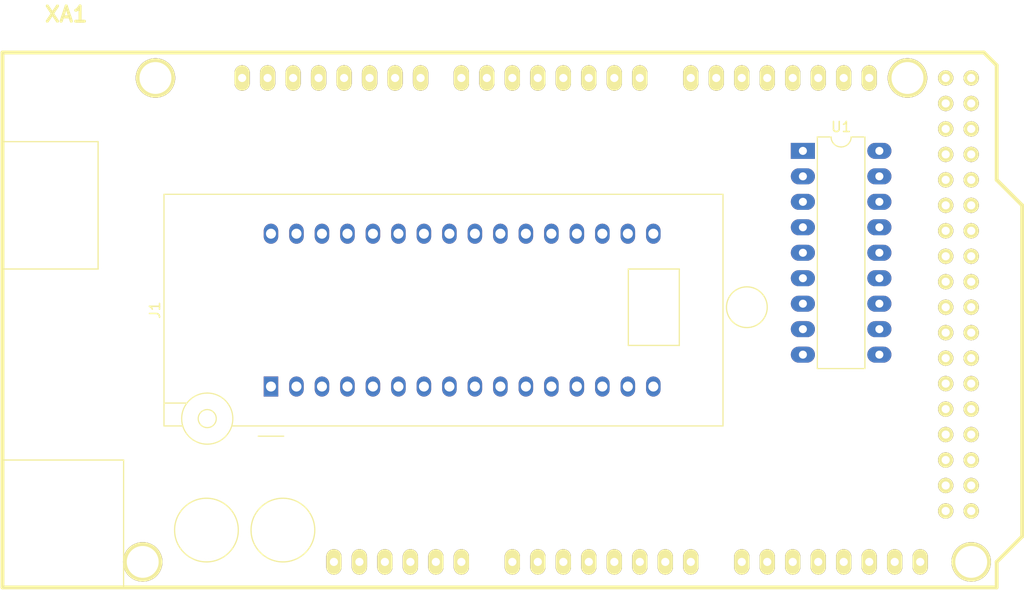
<source format=kicad_pcb>
(kicad_pcb (version 20171130) (host pcbnew 5.0.0)

  (general
    (thickness 1.6)
    (drawings 0)
    (tracks 0)
    (zones 0)
    (modules 3)
    (nets 58)
  )

  (page A4)
  (layers
    (0 F.Cu signal)
    (31 B.Cu signal)
    (32 B.Adhes user)
    (33 F.Adhes user)
    (34 B.Paste user)
    (35 F.Paste user)
    (36 B.SilkS user)
    (37 F.SilkS user)
    (38 B.Mask user)
    (39 F.Mask user)
    (40 Dwgs.User user)
    (41 Cmts.User user)
    (42 Eco1.User user)
    (43 Eco2.User user)
    (44 Edge.Cuts user)
    (45 Margin user)
    (46 B.CrtYd user)
    (47 F.CrtYd user)
    (48 B.Fab user)
    (49 F.Fab user)
  )

  (setup
    (last_trace_width 0.25)
    (trace_clearance 0.2)
    (zone_clearance 0.508)
    (zone_45_only no)
    (trace_min 0.2)
    (segment_width 0.2)
    (edge_width 0.15)
    (via_size 0.8)
    (via_drill 0.4)
    (via_min_size 0.4)
    (via_min_drill 0.3)
    (uvia_size 0.3)
    (uvia_drill 0.1)
    (uvias_allowed no)
    (uvia_min_size 0.2)
    (uvia_min_drill 0.1)
    (pcb_text_width 0.3)
    (pcb_text_size 1.5 1.5)
    (mod_edge_width 0.15)
    (mod_text_size 1 1)
    (mod_text_width 0.15)
    (pad_size 1.524 1.524)
    (pad_drill 0.762)
    (pad_to_mask_clearance 0.2)
    (aux_axis_origin 0 0)
    (visible_elements FFFFFF7F)
    (pcbplotparams
      (layerselection 0x010fc_ffffffff)
      (usegerberextensions false)
      (usegerberattributes false)
      (usegerberadvancedattributes false)
      (creategerberjobfile false)
      (excludeedgelayer true)
      (linewidth 0.100000)
      (plotframeref false)
      (viasonmask false)
      (mode 1)
      (useauxorigin false)
      (hpglpennumber 1)
      (hpglpenspeed 20)
      (hpglpendiameter 15.000000)
      (psnegative false)
      (psa4output false)
      (plotreference true)
      (plotvalue true)
      (plotinvisibletext false)
      (padsonsilk false)
      (subtractmaskfromsilk false)
      (outputformat 1)
      (mirror false)
      (drillshape 1)
      (scaleselection 1)
      (outputdirectory ""))
  )

  (net 0 "")
  (net 1 "Net-(XA1-PadGND2)")
  (net 2 "Net-(XA1-PadGND1)")
  (net 3 "Net-(XA1-Pad3V3)")
  (net 4 "Net-(XA1-PadGND3)")
  (net 5 "Net-(XA1-PadAREF)")
  (net 6 "Net-(XA1-PadGND4)")
  (net 7 "Net-(XA1-PadGND5)")
  (net 8 "Net-(J1-Pad1)")
  (net 9 "Net-(J1-Pad32)")
  (net 10 "Net-(J1-Pad2)")
  (net 11 "Net-(J1-Pad31)")
  (net 12 "Net-(J1-Pad3)")
  (net 13 "Net-(J1-Pad30)")
  (net 14 "Net-(J1-Pad4)")
  (net 15 "Net-(J1-Pad29)")
  (net 16 "Net-(J1-Pad5)")
  (net 17 "Net-(J1-Pad28)")
  (net 18 "Net-(J1-Pad6)")
  (net 19 "Net-(J1-Pad27)")
  (net 20 "Net-(J1-Pad7)")
  (net 21 "Net-(J1-Pad26)")
  (net 22 "Net-(J1-Pad8)")
  (net 23 "Net-(J1-Pad25)")
  (net 24 "Net-(J1-Pad9)")
  (net 25 "Net-(J1-Pad24)")
  (net 26 "Net-(J1-Pad10)")
  (net 27 "Net-(J1-Pad23)")
  (net 28 "Net-(J1-Pad11)")
  (net 29 "Net-(J1-Pad22)")
  (net 30 "Net-(J1-Pad12)")
  (net 31 "Net-(J1-Pad21)")
  (net 32 "Net-(J1-Pad13)")
  (net 33 "Net-(J1-Pad20)")
  (net 34 "Net-(J1-Pad14)")
  (net 35 "Net-(J1-Pad19)")
  (net 36 "Net-(J1-Pad15)")
  (net 37 "Net-(J1-Pad18)")
  (net 38 "Net-(J1-Pad16)")
  (net 39 "Net-(J1-Pad17)")
  (net 40 "Net-(U1-Pad1)")
  (net 41 "Net-(U1-Pad10)")
  (net 42 "Net-(U1-Pad2)")
  (net 43 "Net-(U1-Pad11)")
  (net 44 "Net-(U1-Pad3)")
  (net 45 "Net-(U1-Pad12)")
  (net 46 "Net-(U1-Pad4)")
  (net 47 "Net-(U1-Pad13)")
  (net 48 "Net-(U1-Pad5)")
  (net 49 "Net-(U1-Pad14)")
  (net 50 "Net-(U1-Pad6)")
  (net 51 "Net-(U1-Pad15)")
  (net 52 "Net-(U1-Pad7)")
  (net 53 "Net-(U1-Pad16)")
  (net 54 "Net-(U1-Pad8)")
  (net 55 "Net-(U1-Pad17)")
  (net 56 "Net-(U1-Pad9)")
  (net 57 "Net-(U1-Pad18)")

  (net_class Default "This is the default net class."
    (clearance 0.2)
    (trace_width 0.25)
    (via_dia 0.8)
    (via_drill 0.4)
    (uvia_dia 0.3)
    (uvia_drill 0.1)
    (add_net "Net-(J1-Pad1)")
    (add_net "Net-(J1-Pad10)")
    (add_net "Net-(J1-Pad11)")
    (add_net "Net-(J1-Pad12)")
    (add_net "Net-(J1-Pad13)")
    (add_net "Net-(J1-Pad14)")
    (add_net "Net-(J1-Pad15)")
    (add_net "Net-(J1-Pad16)")
    (add_net "Net-(J1-Pad17)")
    (add_net "Net-(J1-Pad18)")
    (add_net "Net-(J1-Pad19)")
    (add_net "Net-(J1-Pad2)")
    (add_net "Net-(J1-Pad20)")
    (add_net "Net-(J1-Pad21)")
    (add_net "Net-(J1-Pad22)")
    (add_net "Net-(J1-Pad23)")
    (add_net "Net-(J1-Pad24)")
    (add_net "Net-(J1-Pad25)")
    (add_net "Net-(J1-Pad26)")
    (add_net "Net-(J1-Pad27)")
    (add_net "Net-(J1-Pad28)")
    (add_net "Net-(J1-Pad29)")
    (add_net "Net-(J1-Pad3)")
    (add_net "Net-(J1-Pad30)")
    (add_net "Net-(J1-Pad31)")
    (add_net "Net-(J1-Pad32)")
    (add_net "Net-(J1-Pad4)")
    (add_net "Net-(J1-Pad5)")
    (add_net "Net-(J1-Pad6)")
    (add_net "Net-(J1-Pad7)")
    (add_net "Net-(J1-Pad8)")
    (add_net "Net-(J1-Pad9)")
    (add_net "Net-(U1-Pad1)")
    (add_net "Net-(U1-Pad10)")
    (add_net "Net-(U1-Pad11)")
    (add_net "Net-(U1-Pad12)")
    (add_net "Net-(U1-Pad13)")
    (add_net "Net-(U1-Pad14)")
    (add_net "Net-(U1-Pad15)")
    (add_net "Net-(U1-Pad16)")
    (add_net "Net-(U1-Pad17)")
    (add_net "Net-(U1-Pad18)")
    (add_net "Net-(U1-Pad2)")
    (add_net "Net-(U1-Pad3)")
    (add_net "Net-(U1-Pad4)")
    (add_net "Net-(U1-Pad5)")
    (add_net "Net-(U1-Pad6)")
    (add_net "Net-(U1-Pad7)")
    (add_net "Net-(U1-Pad8)")
    (add_net "Net-(U1-Pad9)")
    (add_net "Net-(XA1-Pad3V3)")
    (add_net "Net-(XA1-PadAREF)")
    (add_net "Net-(XA1-PadGND1)")
    (add_net "Net-(XA1-PadGND2)")
    (add_net "Net-(XA1-PadGND3)")
    (add_net "Net-(XA1-PadGND4)")
    (add_net "Net-(XA1-PadGND5)")
  )

  (module Housings_DIP:DIP-18_W7.62mm_LongPads (layer F.Cu) (tedit 58CC8E2D) (tstamp 5BD8B1E9)
    (at 174.5 73)
    (descr "18-lead dip package, row spacing 7.62 mm (300 mils), LongPads")
    (tags "DIL DIP PDIP 2.54mm 7.62mm 300mil LongPads")
    (path /5BB0EF4A)
    (fp_text reference U1 (at 3.81 -2.39) (layer F.SilkS)
      (effects (font (size 1 1) (thickness 0.15)))
    )
    (fp_text value TD62783 (at 3.81 22.71) (layer F.Fab)
      (effects (font (size 1 1) (thickness 0.15)))
    )
    (fp_text user %R (at 3.81 10.16) (layer F.Fab)
      (effects (font (size 1 1) (thickness 0.15)))
    )
    (fp_line (start 1.635 -1.27) (end 6.985 -1.27) (layer F.Fab) (width 0.1))
    (fp_line (start 6.985 -1.27) (end 6.985 21.59) (layer F.Fab) (width 0.1))
    (fp_line (start 6.985 21.59) (end 0.635 21.59) (layer F.Fab) (width 0.1))
    (fp_line (start 0.635 21.59) (end 0.635 -0.27) (layer F.Fab) (width 0.1))
    (fp_line (start 0.635 -0.27) (end 1.635 -1.27) (layer F.Fab) (width 0.1))
    (fp_line (start 2.81 -1.39) (end 1.44 -1.39) (layer F.SilkS) (width 0.12))
    (fp_line (start 1.44 -1.39) (end 1.44 21.71) (layer F.SilkS) (width 0.12))
    (fp_line (start 1.44 21.71) (end 6.18 21.71) (layer F.SilkS) (width 0.12))
    (fp_line (start 6.18 21.71) (end 6.18 -1.39) (layer F.SilkS) (width 0.12))
    (fp_line (start 6.18 -1.39) (end 4.81 -1.39) (layer F.SilkS) (width 0.12))
    (fp_line (start -1.5 -1.6) (end -1.5 21.9) (layer F.CrtYd) (width 0.05))
    (fp_line (start -1.5 21.9) (end 9.1 21.9) (layer F.CrtYd) (width 0.05))
    (fp_line (start 9.1 21.9) (end 9.1 -1.6) (layer F.CrtYd) (width 0.05))
    (fp_line (start 9.1 -1.6) (end -1.5 -1.6) (layer F.CrtYd) (width 0.05))
    (fp_arc (start 3.81 -1.39) (end 2.81 -1.39) (angle -180) (layer F.SilkS) (width 0.12))
    (pad 1 thru_hole rect (at 0 0) (size 2.4 1.6) (drill 0.8) (layers *.Cu *.Mask)
      (net 40 "Net-(U1-Pad1)"))
    (pad 10 thru_hole oval (at 7.62 20.32) (size 2.4 1.6) (drill 0.8) (layers *.Cu *.Mask)
      (net 41 "Net-(U1-Pad10)"))
    (pad 2 thru_hole oval (at 0 2.54) (size 2.4 1.6) (drill 0.8) (layers *.Cu *.Mask)
      (net 42 "Net-(U1-Pad2)"))
    (pad 11 thru_hole oval (at 7.62 17.78) (size 2.4 1.6) (drill 0.8) (layers *.Cu *.Mask)
      (net 43 "Net-(U1-Pad11)"))
    (pad 3 thru_hole oval (at 0 5.08) (size 2.4 1.6) (drill 0.8) (layers *.Cu *.Mask)
      (net 44 "Net-(U1-Pad3)"))
    (pad 12 thru_hole oval (at 7.62 15.24) (size 2.4 1.6) (drill 0.8) (layers *.Cu *.Mask)
      (net 45 "Net-(U1-Pad12)"))
    (pad 4 thru_hole oval (at 0 7.62) (size 2.4 1.6) (drill 0.8) (layers *.Cu *.Mask)
      (net 46 "Net-(U1-Pad4)"))
    (pad 13 thru_hole oval (at 7.62 12.7) (size 2.4 1.6) (drill 0.8) (layers *.Cu *.Mask)
      (net 47 "Net-(U1-Pad13)"))
    (pad 5 thru_hole oval (at 0 10.16) (size 2.4 1.6) (drill 0.8) (layers *.Cu *.Mask)
      (net 48 "Net-(U1-Pad5)"))
    (pad 14 thru_hole oval (at 7.62 10.16) (size 2.4 1.6) (drill 0.8) (layers *.Cu *.Mask)
      (net 49 "Net-(U1-Pad14)"))
    (pad 6 thru_hole oval (at 0 12.7) (size 2.4 1.6) (drill 0.8) (layers *.Cu *.Mask)
      (net 50 "Net-(U1-Pad6)"))
    (pad 15 thru_hole oval (at 7.62 7.62) (size 2.4 1.6) (drill 0.8) (layers *.Cu *.Mask)
      (net 51 "Net-(U1-Pad15)"))
    (pad 7 thru_hole oval (at 0 15.24) (size 2.4 1.6) (drill 0.8) (layers *.Cu *.Mask)
      (net 52 "Net-(U1-Pad7)"))
    (pad 16 thru_hole oval (at 7.62 5.08) (size 2.4 1.6) (drill 0.8) (layers *.Cu *.Mask)
      (net 53 "Net-(U1-Pad16)"))
    (pad 8 thru_hole oval (at 0 17.78) (size 2.4 1.6) (drill 0.8) (layers *.Cu *.Mask)
      (net 54 "Net-(U1-Pad8)"))
    (pad 17 thru_hole oval (at 7.62 2.54) (size 2.4 1.6) (drill 0.8) (layers *.Cu *.Mask)
      (net 55 "Net-(U1-Pad17)"))
    (pad 9 thru_hole oval (at 0 20.32) (size 2.4 1.6) (drill 0.8) (layers *.Cu *.Mask)
      (net 56 "Net-(U1-Pad9)"))
    (pad 18 thru_hole oval (at 7.62 0) (size 2.4 1.6) (drill 0.8) (layers *.Cu *.Mask)
      (net 57 "Net-(U1-Pad18)"))
    (model ${KISYS3DMOD}/Housings_DIP.3dshapes/DIP-18_W7.62mm_LongPads.wrl
      (at (xyz 0 0 0))
      (scale (xyz 1 1 1))
      (rotate (xyz 0 0 0))
    )
  )

  (module Socket:3M_Textool_232-1285-00-0602J_2x16_P2.54mm (layer F.Cu) (tedit 5ADCB2B4) (tstamp 5BD8B1C3)
    (at 121.5 96.5 90)
    (descr "3M 32-pin zero insertion force socket, through-hole, row spacing 15.24 mm (600 mils), http://multimedia.3m.com/mws/media/494546O/3mtm-dip-sockets-100-2-54-mm-ts0365.pdf")
    (tags "THT DIP DIL ZIF 15.24mm 600mil Socket")
    (path /5BB0FBC9)
    (fp_text reference J1 (at 7.62 -11.56 90) (layer F.SilkS)
      (effects (font (size 1 1) (thickness 0.15)))
    )
    (fp_text value Conn_02x16_Counter_Clockwise (at 7.62 45.94 90) (layer F.Fab)
      (effects (font (size 0.6 0.6) (thickness 0.09)))
    )
    (fp_circle (center -3.2 -6.35) (end -0.65 -6.35) (layer F.SilkS) (width 0.12))
    (fp_circle (center -3.2 -6.35) (end -2.3 -6.35) (layer F.SilkS) (width 0.12))
    (fp_line (start -5.5 -23.36) (end 0.1 -23.36) (layer F.CrtYd) (width 0.05))
    (fp_line (start 0.1 -23.36) (end 0.1 -11.06) (layer F.CrtYd) (width 0.05))
    (fp_line (start 0.1 -11.06) (end 19.57 -11.06) (layer F.CrtYd) (width 0.05))
    (fp_line (start 19.57 -11.06) (end 19.57 45.44) (layer F.CrtYd) (width 0.05))
    (fp_line (start 19.57 45.44) (end -4.33 45.44) (layer F.CrtYd) (width 0.05))
    (fp_line (start -4.33 45.44) (end -4.33 -3.4) (layer F.CrtYd) (width 0.05))
    (fp_line (start -4.33 -3.4) (end -5.5 -3.4) (layer F.CrtYd) (width 0.05))
    (fp_line (start -5.5 -3.4) (end -5.5 -23.36) (layer F.CrtYd) (width 0.05))
    (fp_line (start -5 -21.46) (end -3.7 -22.86) (layer F.Fab) (width 0.1))
    (fp_line (start -3.7 -22.86) (end -1.7 -22.86) (layer F.Fab) (width 0.1))
    (fp_line (start -1.7 -22.86) (end -0.4 -21.46) (layer F.Fab) (width 0.1))
    (fp_line (start -0.4 -21.46) (end -5 -21.46) (layer F.Fab) (width 0.1))
    (fp_line (start -5 -21.46) (end -5 -17.86) (layer F.Fab) (width 0.1))
    (fp_line (start -5 -17.86) (end -0.4 -17.86) (layer F.Fab) (width 0.1))
    (fp_line (start -0.4 -17.86) (end -0.4 -21.46) (layer F.Fab) (width 0.1))
    (fp_line (start -5 -17.86) (end -3.5 -15.86) (layer F.Fab) (width 0.1))
    (fp_line (start -0.4 -17.86) (end -1.9 -15.86) (layer F.Fab) (width 0.1))
    (fp_line (start -3.5 -9.75) (end -3.5 -15.86) (layer F.Fab) (width 0.1))
    (fp_line (start -3.5 -15.86) (end -1.9 -15.86) (layer F.Fab) (width 0.1))
    (fp_line (start -1.9 -15.86) (end -1.9 -10.56) (layer F.Fab) (width 0.1))
    (fp_line (start 19.07 44.94) (end -3.83 44.94) (layer F.Fab) (width 0.1))
    (fp_line (start -3.83 44.94) (end -3.83 -9.4) (layer F.Fab) (width 0.1))
    (fp_line (start -3.83 -9.4) (end -2.85 -10.56) (layer F.Fab) (width 0.1))
    (fp_line (start -2.85 -10.56) (end 19.07 -10.56) (layer F.Fab) (width 0.1))
    (fp_line (start 19.07 -10.56) (end 19.07 44.94) (layer F.Fab) (width 0.1))
    (fp_line (start -3.93 -3.9) (end -3.93 45.04) (layer F.SilkS) (width 0.12))
    (fp_line (start -3.93 45.04) (end 19.17 45.04) (layer F.SilkS) (width 0.12))
    (fp_line (start 19.17 45.04) (end 19.17 -10.66) (layer F.SilkS) (width 0.12))
    (fp_line (start 19.17 -10.66) (end -3.93 -10.66) (layer F.SilkS) (width 0.12))
    (fp_line (start -3.93 -10.66) (end -3.93 -8.8) (layer F.SilkS) (width 0.12))
    (fp_line (start -1.65 -10.66) (end -1.65 -8.4) (layer F.SilkS) (width 0.12))
    (fp_line (start -4.95 1.27) (end -4.95 -1.27) (layer F.SilkS) (width 0.12))
    (fp_text user %R (at 7.62 17.19 90) (layer F.Fab)
      (effects (font (size 1 1) (thickness 0.15)))
    )
    (pad 1 thru_hole rect (at 0 0 90) (size 2 1.44) (drill 1) (layers *.Cu *.Mask)
      (net 8 "Net-(J1-Pad1)"))
    (pad 32 thru_hole oval (at 15.24 0 90) (size 2 1.44) (drill 1) (layers *.Cu *.Mask)
      (net 9 "Net-(J1-Pad32)"))
    (pad 2 thru_hole oval (at 0 2.54 90) (size 2 1.44) (drill 1) (layers *.Cu *.Mask)
      (net 10 "Net-(J1-Pad2)"))
    (pad 31 thru_hole oval (at 15.24 2.54 90) (size 2 1.44) (drill 1) (layers *.Cu *.Mask)
      (net 11 "Net-(J1-Pad31)"))
    (pad 3 thru_hole oval (at 0 5.08 90) (size 2 1.44) (drill 1) (layers *.Cu *.Mask)
      (net 12 "Net-(J1-Pad3)"))
    (pad 30 thru_hole oval (at 15.24 5.08 90) (size 2 1.44) (drill 1) (layers *.Cu *.Mask)
      (net 13 "Net-(J1-Pad30)"))
    (pad 4 thru_hole oval (at 0 7.62 90) (size 2 1.44) (drill 1) (layers *.Cu *.Mask)
      (net 14 "Net-(J1-Pad4)"))
    (pad 29 thru_hole oval (at 15.24 7.62 90) (size 2 1.44) (drill 1) (layers *.Cu *.Mask)
      (net 15 "Net-(J1-Pad29)"))
    (pad 5 thru_hole oval (at 0 10.16 90) (size 2 1.44) (drill 1) (layers *.Cu *.Mask)
      (net 16 "Net-(J1-Pad5)"))
    (pad 28 thru_hole oval (at 15.24 10.16 90) (size 2 1.44) (drill 1) (layers *.Cu *.Mask)
      (net 17 "Net-(J1-Pad28)"))
    (pad 6 thru_hole oval (at 0 12.7 90) (size 2 1.44) (drill 1) (layers *.Cu *.Mask)
      (net 18 "Net-(J1-Pad6)"))
    (pad 27 thru_hole oval (at 15.24 12.7 90) (size 2 1.44) (drill 1) (layers *.Cu *.Mask)
      (net 19 "Net-(J1-Pad27)"))
    (pad 7 thru_hole oval (at 0 15.24 90) (size 2 1.44) (drill 1) (layers *.Cu *.Mask)
      (net 20 "Net-(J1-Pad7)"))
    (pad 26 thru_hole oval (at 15.24 15.24 90) (size 2 1.44) (drill 1) (layers *.Cu *.Mask)
      (net 21 "Net-(J1-Pad26)"))
    (pad 8 thru_hole oval (at 0 17.78 90) (size 2 1.44) (drill 1) (layers *.Cu *.Mask)
      (net 22 "Net-(J1-Pad8)"))
    (pad 25 thru_hole oval (at 15.24 17.78 90) (size 2 1.44) (drill 1) (layers *.Cu *.Mask)
      (net 23 "Net-(J1-Pad25)"))
    (pad 9 thru_hole oval (at 0 20.32 90) (size 2 1.44) (drill 1) (layers *.Cu *.Mask)
      (net 24 "Net-(J1-Pad9)"))
    (pad 24 thru_hole oval (at 15.24 20.32 90) (size 2 1.44) (drill 1) (layers *.Cu *.Mask)
      (net 25 "Net-(J1-Pad24)"))
    (pad 10 thru_hole oval (at 0 22.86 90) (size 2 1.44) (drill 1) (layers *.Cu *.Mask)
      (net 26 "Net-(J1-Pad10)"))
    (pad 23 thru_hole oval (at 15.24 22.86 90) (size 2 1.44) (drill 1) (layers *.Cu *.Mask)
      (net 27 "Net-(J1-Pad23)"))
    (pad 11 thru_hole oval (at 0 25.4 90) (size 2 1.44) (drill 1) (layers *.Cu *.Mask)
      (net 28 "Net-(J1-Pad11)"))
    (pad 22 thru_hole oval (at 15.24 25.4 90) (size 2 1.44) (drill 1) (layers *.Cu *.Mask)
      (net 29 "Net-(J1-Pad22)"))
    (pad 12 thru_hole oval (at 0 27.94 90) (size 2 1.44) (drill 1) (layers *.Cu *.Mask)
      (net 30 "Net-(J1-Pad12)"))
    (pad 21 thru_hole oval (at 15.24 27.94 90) (size 2 1.44) (drill 1) (layers *.Cu *.Mask)
      (net 31 "Net-(J1-Pad21)"))
    (pad 13 thru_hole oval (at 0 30.48 90) (size 2 1.44) (drill 1) (layers *.Cu *.Mask)
      (net 32 "Net-(J1-Pad13)"))
    (pad 20 thru_hole oval (at 15.24 30.48 90) (size 2 1.44) (drill 1) (layers *.Cu *.Mask)
      (net 33 "Net-(J1-Pad20)"))
    (pad 14 thru_hole oval (at 0 33.02 90) (size 2 1.44) (drill 1) (layers *.Cu *.Mask)
      (net 34 "Net-(J1-Pad14)"))
    (pad 19 thru_hole oval (at 15.24 33.02 90) (size 2 1.44) (drill 1) (layers *.Cu *.Mask)
      (net 35 "Net-(J1-Pad19)"))
    (pad 15 thru_hole oval (at 0 35.56 90) (size 2 1.44) (drill 1) (layers *.Cu *.Mask)
      (net 36 "Net-(J1-Pad15)"))
    (pad 18 thru_hole oval (at 15.24 35.56 90) (size 2 1.44) (drill 1) (layers *.Cu *.Mask)
      (net 37 "Net-(J1-Pad18)"))
    (pad 16 thru_hole oval (at 0 38.1 90) (size 2 1.44) (drill 1) (layers *.Cu *.Mask)
      (net 38 "Net-(J1-Pad16)"))
    (pad 17 thru_hole oval (at 15.24 38.1 90) (size 2 1.44) (drill 1) (layers *.Cu *.Mask)
      (net 39 "Net-(J1-Pad17)"))
    (model ${KISYS3DMOD}/Socket.3dshapes/3M_Textool_232-1285-00-0602J_2x16_P2.54mm.wrl
      (at (xyz 0 0 0))
      (scale (xyz 1 1 1))
      (rotate (xyz 0 0 0))
    )
  )

  (module arduino_shields:ARDUINO_MEGA_SHIELD (layer F.Cu) (tedit 4D35330D) (tstamp 5BD8B17C)
    (at 94.75 116.530501)
    (path /5BB0E8A2)
    (fp_text reference XA1 (at 6.35 -57.15) (layer F.SilkS)
      (effects (font (size 1.524 1.524) (thickness 0.3048)))
    )
    (fp_text value Arduino_Mega2560_Shield (at 13.97 -54.61) (layer F.SilkS) hide
      (effects (font (size 1.524 1.524) (thickness 0.3048)))
    )
    (fp_circle (center 27.94 -5.715) (end 31.115 -5.715) (layer F.SilkS) (width 0.127))
    (fp_circle (center 20.32 -5.715) (end 23.495 -5.715) (layer F.SilkS) (width 0.127))
    (fp_line (start 0 -12.7) (end 12.065 -12.7) (layer F.SilkS) (width 0.127))
    (fp_line (start 12.065 -12.7) (end 12.065 0) (layer F.SilkS) (width 0.127))
    (fp_line (start 0 -44.45) (end 9.525 -44.45) (layer F.SilkS) (width 0.127))
    (fp_line (start 9.525 -44.45) (end 9.525 -31.75) (layer F.SilkS) (width 0.127))
    (fp_line (start 9.525 -31.75) (end 0 -31.75) (layer F.SilkS) (width 0.127))
    (fp_line (start 62.357 -31.75) (end 62.357 -24.13) (layer F.SilkS) (width 0.127))
    (fp_line (start 62.357 -24.13) (end 67.437 -24.13) (layer F.SilkS) (width 0.127))
    (fp_line (start 67.437 -24.13) (end 67.437 -31.75) (layer F.SilkS) (width 0.127))
    (fp_line (start 67.437 -31.75) (end 62.357 -31.75) (layer F.SilkS) (width 0.127))
    (fp_circle (center 74.168 -27.94) (end 76.2 -27.94) (layer F.SilkS) (width 0.127))
    (fp_line (start 99.06 0) (end 0 0) (layer F.SilkS) (width 0.381))
    (fp_line (start 97.79 -53.34) (end 0 -53.34) (layer F.SilkS) (width 0.381))
    (fp_line (start 99.06 -40.64) (end 99.06 -52.07) (layer F.SilkS) (width 0.381))
    (fp_line (start 99.06 -52.07) (end 97.79 -53.34) (layer F.SilkS) (width 0.381))
    (fp_line (start 0 0) (end 0 -53.34) (layer F.SilkS) (width 0.381))
    (fp_line (start 99.06 -40.64) (end 101.6 -38.1) (layer F.SilkS) (width 0.381))
    (fp_line (start 101.6 -38.1) (end 101.6 -5.08) (layer F.SilkS) (width 0.381))
    (fp_line (start 101.6 -5.08) (end 99.06 -2.54) (layer F.SilkS) (width 0.381))
    (fp_line (start 99.06 -2.54) (end 99.06 0) (layer F.SilkS) (width 0.381))
    (pad 14 thru_hole oval (at 68.58 -50.8 90) (size 2.54 1.524) (drill 0.8128) (layers *.Cu *.Mask F.SilkS))
    (pad 15 thru_hole oval (at 71.12 -50.8 90) (size 2.54 1.524) (drill 0.8128) (layers *.Cu *.Mask F.SilkS))
    (pad 16 thru_hole oval (at 73.66 -50.8 90) (size 2.54 1.524) (drill 0.8128) (layers *.Cu *.Mask F.SilkS))
    (pad 17 thru_hole oval (at 76.2 -50.8 90) (size 2.54 1.524) (drill 0.8128) (layers *.Cu *.Mask F.SilkS))
    (pad 18 thru_hole oval (at 78.74 -50.8 90) (size 2.54 1.524) (drill 0.8128) (layers *.Cu *.Mask F.SilkS))
    (pad 19 thru_hole oval (at 81.28 -50.8 90) (size 2.54 1.524) (drill 0.8128) (layers *.Cu *.Mask F.SilkS))
    (pad 20 thru_hole oval (at 83.82 -50.8 90) (size 2.54 1.524) (drill 0.8128) (layers *.Cu *.Mask F.SilkS))
    (pad 21 thru_hole oval (at 86.36 -50.8 90) (size 2.54 1.524) (drill 0.8128) (layers *.Cu *.Mask F.SilkS))
    (pad AD15 thru_hole oval (at 91.44 -2.54 90) (size 2.54 1.524) (drill 0.8128) (layers *.Cu *.Mask F.SilkS))
    (pad AD14 thru_hole oval (at 88.9 -2.54 90) (size 2.54 1.524) (drill 0.8128) (layers *.Cu *.Mask F.SilkS))
    (pad AD13 thru_hole oval (at 86.36 -2.54 90) (size 2.54 1.524) (drill 0.8128) (layers *.Cu *.Mask F.SilkS))
    (pad AD12 thru_hole oval (at 83.82 -2.54 90) (size 2.54 1.524) (drill 0.8128) (layers *.Cu *.Mask F.SilkS))
    (pad AD8 thru_hole oval (at 73.66 -2.54 90) (size 2.54 1.524) (drill 0.8128) (layers *.Cu *.Mask F.SilkS))
    (pad AD7 thru_hole oval (at 68.58 -2.54 90) (size 2.54 1.524) (drill 0.8128) (layers *.Cu *.Mask F.SilkS))
    (pad AD6 thru_hole oval (at 66.04 -2.54 90) (size 2.54 1.524) (drill 0.8128) (layers *.Cu *.Mask F.SilkS))
    (pad AD9 thru_hole oval (at 76.2 -2.54 90) (size 2.54 1.524) (drill 0.8128) (layers *.Cu *.Mask F.SilkS))
    (pad AD10 thru_hole oval (at 78.74 -2.54 90) (size 2.54 1.524) (drill 0.8128) (layers *.Cu *.Mask F.SilkS))
    (pad AD11 thru_hole oval (at 81.28 -2.54 90) (size 2.54 1.524) (drill 0.8128) (layers *.Cu *.Mask F.SilkS))
    (pad AD5 thru_hole oval (at 63.5 -2.54 90) (size 2.54 1.524) (drill 0.8128) (layers *.Cu *.Mask F.SilkS))
    (pad AD4 thru_hole oval (at 60.96 -2.54 90) (size 2.54 1.524) (drill 0.8128) (layers *.Cu *.Mask F.SilkS))
    (pad AD3 thru_hole oval (at 58.42 -2.54 90) (size 2.54 1.524) (drill 0.8128) (layers *.Cu *.Mask F.SilkS))
    (pad AD0 thru_hole oval (at 50.8 -2.54 90) (size 2.54 1.524) (drill 0.8128) (layers *.Cu *.Mask F.SilkS))
    (pad AD1 thru_hole oval (at 53.34 -2.54 90) (size 2.54 1.524) (drill 0.8128) (layers *.Cu *.Mask F.SilkS))
    (pad AD2 thru_hole oval (at 55.88 -2.54 90) (size 2.54 1.524) (drill 0.8128) (layers *.Cu *.Mask F.SilkS))
    (pad V_IN thru_hole oval (at 45.72 -2.54 90) (size 2.54 1.524) (drill 0.8128) (layers *.Cu *.Mask F.SilkS))
    (pad GND2 thru_hole oval (at 43.18 -2.54 90) (size 2.54 1.524) (drill 0.8128) (layers *.Cu *.Mask F.SilkS)
      (net 1 "Net-(XA1-PadGND2)"))
    (pad GND1 thru_hole oval (at 40.64 -2.54 90) (size 2.54 1.524) (drill 0.8128) (layers *.Cu *.Mask F.SilkS)
      (net 2 "Net-(XA1-PadGND1)"))
    (pad 3V3 thru_hole oval (at 35.56 -2.54 90) (size 2.54 1.524) (drill 0.8128) (layers *.Cu *.Mask F.SilkS)
      (net 3 "Net-(XA1-Pad3V3)"))
    (pad RST thru_hole oval (at 33.02 -2.54 90) (size 2.54 1.524) (drill 0.8128) (layers *.Cu *.Mask F.SilkS))
    (pad 0 thru_hole oval (at 63.5 -50.8 90) (size 2.54 1.524) (drill 0.8128) (layers *.Cu *.Mask F.SilkS))
    (pad 1 thru_hole oval (at 60.96 -50.8 90) (size 2.54 1.524) (drill 0.8128) (layers *.Cu *.Mask F.SilkS))
    (pad 2 thru_hole oval (at 58.42 -50.8 90) (size 2.54 1.524) (drill 0.8128) (layers *.Cu *.Mask F.SilkS))
    (pad 3 thru_hole oval (at 55.88 -50.8 90) (size 2.54 1.524) (drill 0.8128) (layers *.Cu *.Mask F.SilkS))
    (pad 4 thru_hole oval (at 53.34 -50.8 90) (size 2.54 1.524) (drill 0.8128) (layers *.Cu *.Mask F.SilkS))
    (pad 5 thru_hole oval (at 50.8 -50.8 90) (size 2.54 1.524) (drill 0.8128) (layers *.Cu *.Mask F.SilkS))
    (pad 6 thru_hole oval (at 48.26 -50.8 90) (size 2.54 1.524) (drill 0.8128) (layers *.Cu *.Mask F.SilkS))
    (pad 7 thru_hole oval (at 45.72 -50.8 90) (size 2.54 1.524) (drill 0.8128) (layers *.Cu *.Mask F.SilkS))
    (pad 8 thru_hole oval (at 41.656 -50.8 90) (size 2.54 1.524) (drill 0.8128) (layers *.Cu *.Mask F.SilkS))
    (pad 9 thru_hole oval (at 39.116 -50.8 90) (size 2.54 1.524) (drill 0.8128) (layers *.Cu *.Mask F.SilkS))
    (pad 10 thru_hole oval (at 36.576 -50.8 90) (size 2.54 1.524) (drill 0.8128) (layers *.Cu *.Mask F.SilkS))
    (pad 11 thru_hole oval (at 34.036 -50.8 90) (size 2.54 1.524) (drill 0.8128) (layers *.Cu *.Mask F.SilkS))
    (pad 12 thru_hole oval (at 31.496 -50.8 90) (size 2.54 1.524) (drill 0.8128) (layers *.Cu *.Mask F.SilkS))
    (pad 13 thru_hole oval (at 28.956 -50.8 90) (size 2.54 1.524) (drill 0.8128) (layers *.Cu *.Mask F.SilkS))
    (pad GND3 thru_hole oval (at 26.416 -50.8 90) (size 2.54 1.524) (drill 0.8128) (layers *.Cu *.Mask F.SilkS)
      (net 4 "Net-(XA1-PadGND3)"))
    (pad AREF thru_hole oval (at 23.876 -50.8 90) (size 2.54 1.524) (drill 0.8128) (layers *.Cu *.Mask F.SilkS)
      (net 5 "Net-(XA1-PadAREF)"))
    (pad 5V thru_hole oval (at 38.1 -2.54 90) (size 2.54 1.524) (drill 0.8128) (layers *.Cu *.Mask F.SilkS))
    (pad GND1 thru_hole circle (at 96.52 -2.54 90) (size 3.937 3.937) (drill 3.175) (layers *.Cu *.Mask F.SilkS)
      (net 2 "Net-(XA1-PadGND1)"))
    (pad GND1 thru_hole circle (at 90.17 -50.8 90) (size 3.937 3.937) (drill 3.175) (layers *.Cu *.Mask F.SilkS)
      (net 2 "Net-(XA1-PadGND1)"))
    (pad GND1 thru_hole circle (at 15.24 -50.8 90) (size 3.937 3.937) (drill 3.175) (layers *.Cu *.Mask F.SilkS)
      (net 2 "Net-(XA1-PadGND1)"))
    (pad GND1 thru_hole circle (at 13.97 -2.54 90) (size 3.937 3.937) (drill 3.175) (layers *.Cu *.Mask F.SilkS)
      (net 2 "Net-(XA1-PadGND1)"))
    (pad 22 thru_hole circle (at 93.98 -48.26) (size 1.524 1.524) (drill 0.8128) (layers *.Cu *.Mask F.SilkS))
    (pad 23 thru_hole circle (at 96.52 -48.26) (size 1.524 1.524) (drill 0.8128) (layers *.Cu *.Mask F.SilkS))
    (pad 24 thru_hole circle (at 93.98 -45.72) (size 1.524 1.524) (drill 0.8128) (layers *.Cu *.Mask F.SilkS))
    (pad 25 thru_hole circle (at 96.52 -45.72) (size 1.524 1.524) (drill 0.8128) (layers *.Cu *.Mask F.SilkS))
    (pad 26 thru_hole circle (at 93.98 -43.18) (size 1.524 1.524) (drill 0.8128) (layers *.Cu *.Mask F.SilkS))
    (pad 27 thru_hole circle (at 96.52 -43.18) (size 1.524 1.524) (drill 0.8128) (layers *.Cu *.Mask F.SilkS))
    (pad 28 thru_hole circle (at 93.98 -40.64) (size 1.524 1.524) (drill 0.8128) (layers *.Cu *.Mask F.SilkS))
    (pad 29 thru_hole circle (at 96.52 -40.64) (size 1.524 1.524) (drill 0.8128) (layers *.Cu *.Mask F.SilkS))
    (pad 5V_4 thru_hole circle (at 93.98 -50.8) (size 1.524 1.524) (drill 0.8128) (layers *.Cu *.Mask F.SilkS))
    (pad 5V_5 thru_hole circle (at 96.52 -50.8) (size 1.524 1.524) (drill 0.8128) (layers *.Cu *.Mask F.SilkS))
    (pad 31 thru_hole circle (at 96.52 -38.1) (size 1.524 1.524) (drill 0.8128) (layers *.Cu *.Mask F.SilkS))
    (pad 30 thru_hole circle (at 93.98 -38.1) (size 1.524 1.524) (drill 0.8128) (layers *.Cu *.Mask F.SilkS))
    (pad 32 thru_hole circle (at 93.98 -35.56) (size 1.524 1.524) (drill 0.8128) (layers *.Cu *.Mask F.SilkS))
    (pad 33 thru_hole circle (at 96.52 -35.56) (size 1.524 1.524) (drill 0.8128) (layers *.Cu *.Mask F.SilkS))
    (pad 34 thru_hole circle (at 93.98 -33.02) (size 1.524 1.524) (drill 0.8128) (layers *.Cu *.Mask F.SilkS))
    (pad 35 thru_hole circle (at 96.52 -33.02) (size 1.524 1.524) (drill 0.8128) (layers *.Cu *.Mask F.SilkS))
    (pad 36 thru_hole circle (at 93.98 -30.48) (size 1.524 1.524) (drill 0.8128) (layers *.Cu *.Mask F.SilkS))
    (pad 37 thru_hole circle (at 96.52 -30.48) (size 1.524 1.524) (drill 0.8128) (layers *.Cu *.Mask F.SilkS))
    (pad 38 thru_hole circle (at 93.98 -27.94) (size 1.524 1.524) (drill 0.8128) (layers *.Cu *.Mask F.SilkS))
    (pad 39 thru_hole circle (at 96.52 -27.94) (size 1.524 1.524) (drill 0.8128) (layers *.Cu *.Mask F.SilkS))
    (pad 40 thru_hole circle (at 93.98 -25.4) (size 1.524 1.524) (drill 0.8128) (layers *.Cu *.Mask F.SilkS))
    (pad 41 thru_hole circle (at 96.52 -25.4) (size 1.524 1.524) (drill 0.8128) (layers *.Cu *.Mask F.SilkS))
    (pad 42 thru_hole circle (at 93.98 -22.86) (size 1.524 1.524) (drill 0.8128) (layers *.Cu *.Mask F.SilkS))
    (pad 43 thru_hole circle (at 96.52 -22.86) (size 1.524 1.524) (drill 0.8128) (layers *.Cu *.Mask F.SilkS))
    (pad 44 thru_hole circle (at 93.98 -20.32) (size 1.524 1.524) (drill 0.8128) (layers *.Cu *.Mask F.SilkS))
    (pad 45 thru_hole circle (at 96.52 -20.32) (size 1.524 1.524) (drill 0.8128) (layers *.Cu *.Mask F.SilkS))
    (pad 46 thru_hole circle (at 93.98 -17.78) (size 1.524 1.524) (drill 0.8128) (layers *.Cu *.Mask F.SilkS))
    (pad 47 thru_hole circle (at 96.52 -17.78) (size 1.524 1.524) (drill 0.8128) (layers *.Cu *.Mask F.SilkS))
    (pad 48 thru_hole circle (at 93.98 -15.24) (size 1.524 1.524) (drill 0.8128) (layers *.Cu *.Mask F.SilkS))
    (pad 49 thru_hole circle (at 96.52 -15.24) (size 1.524 1.524) (drill 0.8128) (layers *.Cu *.Mask F.SilkS))
    (pad 50 thru_hole circle (at 93.98 -12.7) (size 1.524 1.524) (drill 0.8128) (layers *.Cu *.Mask F.SilkS))
    (pad 51 thru_hole circle (at 96.52 -12.7) (size 1.524 1.524) (drill 0.8128) (layers *.Cu *.Mask F.SilkS))
    (pad 52 thru_hole circle (at 93.98 -10.16) (size 1.524 1.524) (drill 0.8128) (layers *.Cu *.Mask F.SilkS))
    (pad 53 thru_hole circle (at 96.52 -10.16) (size 1.524 1.524) (drill 0.8128) (layers *.Cu *.Mask F.SilkS))
    (pad GND4 thru_hole circle (at 93.98 -7.62) (size 1.524 1.524) (drill 0.8128) (layers *.Cu *.Mask F.SilkS)
      (net 6 "Net-(XA1-PadGND4)"))
    (pad GND5 thru_hole circle (at 96.52 -7.62) (size 1.524 1.524) (drill 0.8128) (layers *.Cu *.Mask F.SilkS)
      (net 7 "Net-(XA1-PadGND5)"))
    (model packages3d\nick\ArduinoMegaShield.wrl
      (at (xyz 0 0 0))
      (scale (xyz 1 1 1))
      (rotate (xyz 0 0 0))
    )
  )

)

</source>
